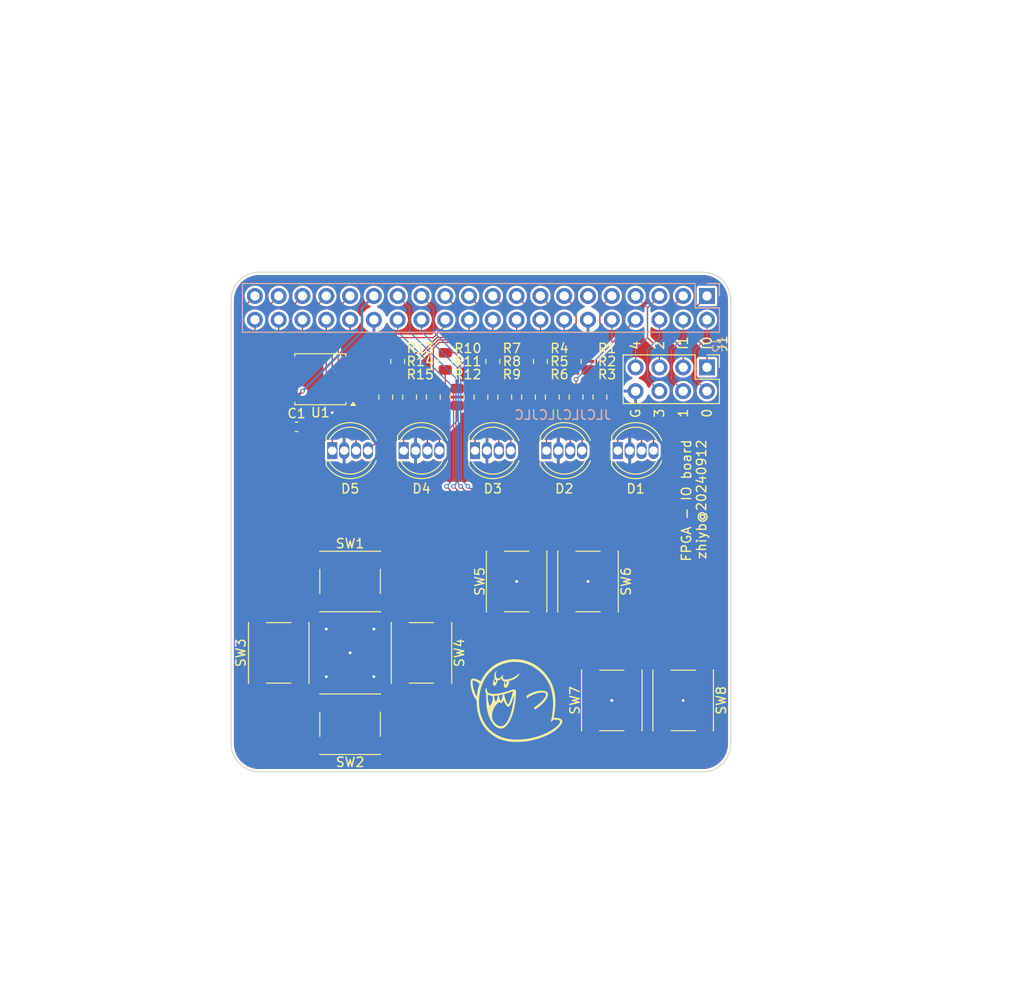
<source format=kicad_pcb>
(kicad_pcb (version 20240108) (generator "pcbnew") (generator_version "8.0")
  (layers (0 "F.Cu" signal) (31 "B.Cu" signal) (34 "B.Paste" user) (35 "F.Paste" user) (36 "B.SilkS" user "B.Silkscreen") (37 "F.SilkS" user "F.Silkscreen") (38 "B.Mask" user) (39 "F.Mask" user) (44 "Edge.Cuts" user))
  (net 0 "")
  (net 1 "GND")
  (net 2 "V_3V3")
  (net 3 "/GPIO_0_26")
  (net 4 "/GPIO_0_8")
  (net 5 "/GPIO_0_6")
  (net 6 "/GPIO_0_4")
  (net 7 "/GPIO_0_29")
  (net 8 "/GPIO_0_7")
  (net 9 "/GPIO_0_31")
  (net 10 "/GPIO_0_1")
  (net 11 "/GPIO_0_3")
  (net 12 "/GPIO_0_32")
  (net 13 "/GPIO_0_12")
  (net 14 "/GPIO_0_IN1")
  (net 15 "/V_SYS")
  (net 16 "/GPIO_0_30")
  (net 17 "/GPIO_0_2")
  (net 18 "/GPIO_0_5")
  (net 19 "/GPIO_0_0")
  (net 20 "/GPIO_0_IN0")
  (net 21 "/GPIO_0_33")
  (net 22 "/GPIO_0_28")
  (net 23 "/GPIO_0_24")
  (net 24 "/GPIO_0_27")
  (net 25 "/GPIO_0_25")
  (net 26 "/GPIO_0_14")
  (net 27 "/GPIO_0_16")
  (net 28 "/GPIO_0_13")
  (net 29 "/GPIO_0_20")
  (net 30 "/GPIO_0_23")
  (net 31 "/GPIO_0_19")
  (net 32 "/GPIO_0_10")
  (net 33 "/GPIO_0_22")
  (net 34 "/GPIO_0_9")
  (net 35 "/GPIO_0_21")
  (net 36 "/GPIO_0_15")
  (net 37 "/GPIO_0_11")
  (net 38 "/GPIO_0_17")
  (net 39 "/GPIO_0_18")
  (net 40 "Net-(D2-BA)")
  (net 41 "Net-(D2-RA)")
  (net 42 "Net-(D2-GA)")
  (net 43 "Net-(D3-RA)")
  (net 44 "Net-(D3-BA)")
  (net 45 "Net-(D3-GA)")
  (net 46 "Net-(D4-GA)")
  (net 47 "Net-(D4-BA)")
  (net 48 "Net-(D4-RA)")
  (net 49 "Net-(D5-RA)")
  (net 50 "Net-(D5-GA)")
  (net 51 "Net-(D5-BA)")
  (net 52 "Net-(D1-RA)")
  (net 53 "Net-(D1-BA)")
  (net 54 "Net-(D1-GA)")
  (footprint "Button_Switch_SMD:SW_Push_1P1T_NO_6x6mm_H9.5mm" (layer "F.Cu") (at 80.08 100.08 -90)
    (property "Reference" "SW5" (at 0 3.937 90) (layer "F.SilkS"))
    (property "Value" "SW_Push")
    (pad "1" smd rect (at -3.975 -2.25 270) (size 1.55 1.3) (layers "F.Cu" "F.Paste" "F.Mask") (net 30 "/GPIO_0_23"))
    (pad "1" smd rect (at 3.975 -2.25 270) (size 1.55 1.3) (layers "F.Cu" "F.Paste" "F.Mask") (net 30 "/GPIO_0_23"))
    (pad "2" smd rect (at -3.975 2.25 270) (size 1.55 1.3) (layers "F.Cu" "F.Paste" "F.Mask") (net 1 "GND"))
    (pad "2" smd rect (at 3.975 2.25 270) (size 1.55 1.3) (layers "F.Cu" "F.Paste" "F.Mask") (net 1 "GND"))
  )
  (footprint "Connector_PinHeader_2.54mm:PinHeader_2x04_P2.54mm_Vertical" (layer "F.Cu") (at 100.4 77.22 -90)
    (property "Reference" "J1" (at -2.54 -1.651 90) (layer "F.SilkS"))
    (property "Value" "Conn_02x04_Odd_Even")
    (pad "1" thru_hole rect (at 0 0 270) (size 1.7 1.7) (drill 1) (layers "*.Cu" "*.Mask") (net 20 "/GPIO_0_IN0"))
    (pad "2" thru_hole oval (at 2.54 0 270) (size 1.7 1.7) (drill 1) (layers "*.Cu" "*.Mask") (net 19 "/GPIO_0_0"))
    (pad "3" thru_hole oval (at 0 2.54 270) (size 1.7 1.7) (drill 1) (layers "*.Cu" "*.Mask") (net 14 "/GPIO_0_IN1"))
    (pad "4" thru_hole oval (at 2.54 2.54 270) (size 1.7 1.7) (drill 1) (layers "*.Cu" "*.Mask") (net 10 "/GPIO_0_1"))
    (pad "5" thru_hole oval (at 0 5.08 270) (size 1.7 1.7) (drill 1) (layers "*.Cu" "*.Mask") (net 17 "/GPIO_0_2"))
    (pad "6" thru_hole oval (at 2.54 5.08 270) (size 1.7 1.7) (drill 1) (layers "*.Cu" "*.Mask") (net 11 "/GPIO_0_3"))
    (pad "7" thru_hole oval (at 0 7.62 270) (size 1.7 1.7) (drill 1) (layers "*.Cu" "*.Mask") (net 6 "/GPIO_0_4"))
    (pad "8" thru_hole oval (at 2.54 7.62 270) (size 1.7 1.7) (drill 1) (layers "*.Cu" "*.Mask") (net 1 "GND"))
  )
  (footprint "Button_Switch_SMD:SW_Push_1P1T_NO_6x6mm_H9.5mm" (layer "F.Cu") (at 54.68 107.7 90)
    (property "Reference" "SW3" (at 0 -4.05 90) (layer "F.SilkS"))
    (property "Value" "SW_Push")
    (pad "1" smd rect (at -3.975 -2.25 90) (size 1.55 1.3) (layers "F.Cu" "F.Paste" "F.Mask") (net 12 "/GPIO_0_32"))
    (pad "1" smd rect (at 3.975 -2.25 90) (size 1.55 1.3) (layers "F.Cu" "F.Paste" "F.Mask") (net 12 "/GPIO_0_32"))
    (pad "2" smd rect (at -3.975 2.25 90) (size 1.55 1.3) (layers "F.Cu" "F.Paste" "F.Mask") (net 1 "GND"))
    (pad "2" smd rect (at 3.975 2.25 90) (size 1.55 1.3) (layers "F.Cu" "F.Paste" "F.Mask") (net 1 "GND"))
  )
  (footprint "LED_THT:LED_D5.0mm-4_RGB" (layer "F.Cu") (at 60.4 86.11)
    (property "Reference" "D5" (at 1.905 4.064 0) (layer "F.SilkS"))
    (property "Value" "LED_RKGB")
    (pad "1" thru_hole rect (at 0 0) (size 1.07 1.8) (drill 0.9) (layers "*.Cu" "*.Mask") (net 49 "Net-(D5-RA)"))
    (pad "2" thru_hole oval (at 1.27 0) (size 1.07 1.8) (drill 0.9) (layers "*.Cu" "*.Mask") (net 1 "GND"))
    (pad "3" thru_hole oval (at 2.54 0) (size 1.07 1.8) (drill 0.9) (layers "*.Cu" "*.Mask") (net 50 "Net-(D5-GA)"))
    (pad "4" thru_hole oval (at 3.81 0) (size 1.07 1.8) (drill 0.9) (layers "*.Cu" "*.Mask") (net 51 "Net-(D5-BA)"))
  )
  (footprint "LED_THT:LED_D5.0mm-4_RGB" (layer "F.Cu") (at 83.26 86.11)
    (property "Reference" "D2" (at 1.905 4.064 0) (layer "F.SilkS"))
    (property "Value" "LED_RKGB")
    (pad "1" thru_hole rect (at 0 0) (size 1.07 1.8) (drill 0.9) (layers "*.Cu" "*.Mask") (net 41 "Net-(D2-RA)"))
    (pad "2" thru_hole oval (at 1.27 0) (size 1.07 1.8) (drill 0.9) (layers "*.Cu" "*.Mask") (net 1 "GND"))
    (pad "3" thru_hole oval (at 2.54 0) (size 1.07 1.8) (drill 0.9) (layers "*.Cu" "*.Mask") (net 42 "Net-(D2-GA)"))
    (pad "4" thru_hole oval (at 3.81 0) (size 1.07 1.8) (drill 0.9) (layers "*.Cu" "*.Mask") (net 40 "Net-(D2-BA)"))
  )
  (footprint "Resistor_SMD:R_0805_2012Metric" (layer "F.Cu") (at 83.89 80.395 -90)
    (property "Reference" "R6" (at -2.413 -0.762 180) (layer "F.SilkS"))
    (property "Value" "330")
    (pad "1" smd roundrect (at -0.9125 0 270) (size 1.025 1.4) (layers "F.Cu" "F.Paste" "F.Mask") (roundrect_rratio 0.243902) (net 4 "/GPIO_0_8"))
    (pad "2" smd roundrect (at 0.9125 0 270) (size 1.025 1.4) (layers "F.Cu" "F.Paste" "F.Mask") (roundrect_rratio 0.243902) (net 40 "Net-(D2-BA)"))
  )
  (footprint "LED_THT:LED_D5.0mm-4_RGB" (layer "F.Cu") (at 75.64 86.11)
    (property "Reference" "D3" (at 1.9 4.064 0) (layer "F.SilkS"))
    (property "Value" "LED_RKGB")
    (pad "1" thru_hole rect (at 0 0) (size 1.07 1.8) (drill 0.9) (layers "*.Cu" "*.Mask") (net 43 "Net-(D3-RA)"))
    (pad "2" thru_hole oval (at 1.27 0) (size 1.07 1.8) (drill 0.9) (layers "*.Cu" "*.Mask") (net 1 "GND"))
    (pad "3" thru_hole oval (at 2.54 0) (size 1.07 1.8) (drill 0.9) (layers "*.Cu" "*.Mask") (net 45 "Net-(D3-GA)"))
    (pad "4" thru_hole oval (at 3.81 0) (size 1.07 1.8) (drill 0.9) (layers "*.Cu" "*.Mask") (net 44 "Net-(D3-BA)"))
  )
  (footprint "Package_SO:SOIC-8_5.23x5.23mm_P1.27mm" (layer "F.Cu") (at 59.125 78.49 180)
    (property "Reference" "U1" (at 0 -3.56 0) (layer "F.SilkS"))
    (property "Value" "W25Q128JVS")
    (pad "1" smd roundrect (at -3.6 -1.905 180) (size 1.6 0.6) (layers "F.Cu" "F.Paste" "F.Mask") (net 24 "/GPIO_0_27"))
    (pad "2" smd roundrect (at -3.6 -0.635 180) (size 1.6 0.6) (layers "F.Cu" "F.Paste" "F.Mask") (net 23 "/GPIO_0_24"))
    (pad "3" smd roundrect (at -3.6 0.635 180) (size 1.6 0.6) (layers "F.Cu" "F.Paste" "F.Mask") (net 25 "/GPIO_0_25"))
    (pad "4" smd roundrect (at -3.6 1.905 180) (size 1.6 0.6) (layers "F.Cu" "F.Paste" "F.Mask") (net 1 "GND"))
    (pad "5" smd roundrect (at 3.6 1.905 180) (size 1.6 0.6) (layers "F.Cu" "F.Paste" "F.Mask") (net 22 "/GPIO_0_28"))
    (pad "6" smd roundrect (at 3.6 0.635 180) (size 1.6 0.6) (layers "F.Cu" "F.Paste" "F.Mask") (net 7 "/GPIO_0_29"))
    (pad "7" smd roundrect (at 3.6 -0.635 180) (size 1.6 0.6) (layers "F.Cu" "F.Paste" "F.Mask") (net 3 "/GPIO_0_26"))
    (pad "8" smd roundrect (at 3.6 -1.905 180) (size 1.6 0.6) (layers "F.Cu" "F.Paste" "F.Mask") (net 2 "V_3V3"))
  )
  (footprint "Resistor_SMD:R_0805_2012Metric" (layer "F.Cu") (at 78.81 80.395 -90)
    (property "Reference" "R9" (at -2.413 -0.762 180) (layer "F.SilkS"))
    (property "Value" "330")
    (pad "1" smd roundrect (at -0.9125 0 270) (size 1.025 1.4) (layers "F.Cu" "F.Paste" "F.Mask") (roundrect_rratio 0.243902) (net 37 "/GPIO_0_11"))
    (pad "2" smd roundrect (at 0.9125 0 270) (size 1.025 1.4) (layers "F.Cu" "F.Paste" "F.Mask") (roundrect_rratio 0.243902) (net 44 "Net-(D3-BA)"))
  )
  (footprint "LOGO" (layer "F.Cu") (at 80.08 112.78)
    (property "Reference" "" (hide yes))
    (property "Value" "LOGO" (hide yes))
  )
  (footprint "Resistor_SMD:R_0805_2012Metric" (layer "F.Cu") (at 76.27 80.395 -90)
    (property "Reference" "R7" (at -5.207 -3.302 180) (layer "F.SilkS"))
    (property "Value" "330")
    (pad "1" smd roundrect (at -0.9125 0 270) (size 1.025 1.4) (layers "F.Cu" "F.Paste" "F.Mask") (roundrect_rratio 0.243902) (net 28 "/GPIO_0_13"))
    (pad "2" smd roundrect (at 0.9125 0 270) (size 1.025 1.4) (layers "F.Cu" "F.Paste" "F.Mask") (roundrect_rratio 0.243902) (net 43 "Net-(D3-RA)"))
  )
  (footprint "Resistor_SMD:R_0805_2012Metric" (layer "F.Cu") (at 86.43 80.395 -90)
    (property "Reference" "R1" (at -5.207 -3.302 180) (layer "F.SilkS"))
    (property "Value" "330")
    (pad "1" smd roundrect (at -0.9125 0 270) (size 1.025 1.4) (layers "F.Cu" "F.Paste" "F.Mask") (roundrect_rratio 0.243902) (net 8 "/GPIO_0_7"))
    (pad "2" smd roundrect (at 0.9125 0 270) (size 1.025 1.4) (layers "F.Cu" "F.Paste" "F.Mask") (roundrect_rratio 0.243902) (net 52 "Net-(D1-RA)"))
  )
  (footprint "Button_Switch_SMD:SW_Push_1P1T_NO_6x6mm_H9.5mm" (layer "F.Cu") (at 62.3 100.08)
    (property "Reference" "SW1" (at 0 -4.05 0) (layer "F.SilkS"))
    (property "Value" "SW_Push")
    (pad "1" smd rect (at -3.975 -2.25) (size 1.55 1.3) (layers "F.Cu" "F.Paste" "F.Mask") (net 16 "/GPIO_0_30"))
    (pad "1" smd rect (at 3.975 -2.25) (size 1.55 1.3) (layers "F.Cu" "F.Paste" "F.Mask") (net 16 "/GPIO_0_30"))
    (pad "2" smd rect (at -3.975 2.25) (size 1.55 1.3) (layers "F.Cu" "F.Paste" "F.Mask") (net 1 "GND"))
    (pad "2" smd rect (at 3.975 2.25) (size 1.55 1.3) (layers "F.Cu" "F.Paste" "F.Mask") (net 1 "GND"))
  )
  (footprint "Button_Switch_SMD:SW_Push_1P1T_NO_6x6mm_H9.5mm" (layer "F.Cu") (at 69.92 107.7 -90)
    (property "Reference" "SW4" (at 0 -4.05 90) (layer "F.SilkS"))
    (property "Value" "SW_Push")
    (pad "1" smd rect (at -3.975 -2.25 270) (size 1.55 1.3) (layers "F.Cu" "F.Paste" "F.Mask") (net 9 "/GPIO_0_31"))
    (pad "1" smd rect (at 3.975 -2.25 270) (size 1.55 1.3) (layers "F.Cu" "F.Paste" "F.Mask") (net 9 "/GPIO_0_31"))
    (pad "2" smd rect (at -3.975 2.25 270) (size 1.55 1.3) (layers "F.Cu" "F.Paste" "F.Mask") (net 1 "GND"))
    (pad "2" smd rect (at 3.975 2.25 270) (size 1.55 1.3) (layers "F.Cu" "F.Paste" "F.Mask") (net 1 "GND"))
  )
  (footprint "Resistor_SMD:R_0805_2012Metric" (layer "F.Cu") (at 66.11 80.395 -90)
    (property "Reference" "R13" (at -5.207 -3.683 0) (layer "F.SilkS"))
    (property "Value" "330")
    (pad "1" smd roundrect (at -0.9125 0 270) (size 1.025 1.4) (layers "F.Cu" "F.Paste" "F.Mask") (roundrect_rratio 0.243902) (net 31 "/GPIO_0_19"))
    (pad "2" smd roundrect (at 0.9125 0 270) (size 1.025 1.4) (layers "F.Cu" "F.Paste" "F.Mask") (roundrect_rratio 0.243902) (net 49 "Net-(D5-RA)"))
  )
  (footprint "Button_Switch_SMD:SW_Push_1P1T_NO_6x6mm_H9.5mm" (layer "F.Cu") (at 97.86 112.78 90)
    (property "Reference" "SW8" (at 0 4.064 90) (layer "F.SilkS"))
    (property "Value" "SW_Push")
    (pad "1" smd rect (at -3.975 -2.25 90) (size 1.55 1.3) (layers "F.Cu" "F.Paste" "F.Mask") (net 29 "/GPIO_0_20"))
    (pad "1" smd rect (at 3.975 -2.25 90) (size 1.55 1.3) (layers "F.Cu" "F.Paste" "F.Mask") (net 29 "/GPIO_0_20"))
    (pad "2" smd rect (at -3.975 2.25 90) (size 1.55 1.3) (layers "F.Cu" "F.Paste" "F.Mask") (net 1 "GND"))
    (pad "2" smd rect (at 3.975 2.25 90) (size 1.55 1.3) (layers "F.Cu" "F.Paste" "F.Mask") (net 1 "GND"))
  )
  (footprint "Resistor_SMD:R_0805_2012Metric" (layer "F.Cu") (at 81.35 80.395 -90)
    (property "Reference" "R4" (at -5.207 -3.302 180) (layer "F.SilkS"))
    (property "Value" "330")
    (pad "1" smd roundrect (at -0.9125 0 270) (size 1.025 1.4) (layers "F.Cu" "F.Paste" "F.Mask") (roundrect_rratio 0.243902) (net 32 "/GPIO_0_10"))
    (pad "2" smd roundrect (at 0.9125 0 270) (size 1.025 1.4) (layers "F.Cu" "F.Paste" "F.Mask") (roundrect_rratio 0.243902) (net 41 "Net-(D2-RA)"))
  )
  (footprint "Button_Switch_SMD:SW_Push_1P1T_NO_6x6mm_H9.5mm" (layer "F.Cu") (at 62.3 115.32 180)
    (property "Reference" "SW2" (at 0 -4.05 0) (layer "F.SilkS"))
    (property "Value" "SW_Push")
    (pad "1" smd rect (at -3.975 -2.25 180) (size 1.55 1.3) (layers "F.Cu" "F.Paste" "F.Mask") (net 21 "/GPIO_0_33"))
    (pad "1" smd rect (at 3.975 -2.25 180) (size 1.55 1.3) (layers "F.Cu" "F.Paste" "F.Mask") (net 21 "/GPIO_0_33"))
    (pad "2" smd rect (at -3.975 2.25 180) (size 1.55 1.3) (layers "F.Cu" "F.Paste" "F.Mask") (net 1 "GND"))
    (pad "2" smd rect (at 3.975 2.25 180) (size 1.55 1.3) (layers "F.Cu" "F.Paste" "F.Mask") (net 1 "GND"))
  )
  (footprint "Resistor_SMD:R_0805_2012Metric" (layer "F.Cu") (at 88.97 80.395 -90)
    (property "Reference" "R3" (at -2.413 -0.762 180) (layer "F.SilkS"))
    (property "Value" "330")
    (pad "1" smd roundrect (at -0.9125 0 270) (size 1.025 1.4) (layers "F.Cu" "F.Paste" "F.Mask") (roundrect_rratio 0.243902) (net 18 "/GPIO_0_5"))
    (pad "2" smd roundrect (at 0.9125 0 270) (size 1.025 1.4) (layers "F.Cu" "F.Paste" "F.Mask") (roundrect_rratio 0.243902) (net 53 "Net-(D1-BA)"))
  )
  (footprint "Resistor_SMD:R_0805_2012Metric" (layer "F.Cu") (at 73.73 80.395 -90)
    (property "Reference" "R12" (at -2.413 -1.143 180) (layer "F.SilkS"))
    (property "Value" "330")
    (pad "1" smd roundrect (at -0.9125 0 270) (size 1.025 1.4) (layers "F.Cu" "F.Paste" "F.Mask") (roundrect_rratio 0.243902) (net 26 "/GPIO_0_14"))
    (pad "2" smd roundrect (at 0.9125 0 270) (size 1.025 1.4) (layers "F.Cu" "F.Paste" "F.Mask") (roundrect_rratio 0.243902) (net 47 "Net-(D4-BA)"))
  )
  (footprint "Button_Switch_SMD:SW_Push_1P1T_NO_6x6mm_H9.5mm" (layer "F.Cu") (at 87.7 100.08 90)
    (property "Reference" "SW6" (at 0 4.064 90) (layer "F.SilkS"))
    (property "Value" "SW_Push")
    (pad "1" smd rect (at -3.975 -2.25 90) (size 1.55 1.3) (layers "F.Cu" "F.Paste" "F.Mask") (net 33 "/GPIO_0_22"))
    (pad "1" smd rect (at 3.975 -2.25 90) (size 1.55 1.3) (layers "F.Cu" "F.Paste" "F.Mask") (net 33 "/GPIO_0_22"))
    (pad "2" smd rect (at -3.975 2.25 90) (size 1.55 1.3) (layers "F.Cu" "F.Paste" "F.Mask") (net 1 "GND"))
    (pad "2" smd rect (at 3.975 2.25 90) (size 1.55 1.3) (layers "F.Cu" "F.Paste" "F.Mask") (net 1 "GND"))
  )
  (footprint "Resistor_SMD:R_0805_2012Metric" (layer "F.Cu") (at 67.38 76.585 -90)
    (property "Reference" "R14" (at 0 -2.413 180) (layer "F.SilkS"))
    (property "Value" "330")
    (pad "1" smd roundrect (at -0.9125 0 270) (size 1.025 1.4) (layers "F.Cu" "F.Paste" "F.Mask") (roundrect_rratio 0.243902) (net 39 "/GPIO_0_18"))
    (pad "2" smd roundrect (at 0.9125 0 270) (size 1.025 1.4) (layers "F.Cu" "F.Paste" "F.Mask") (roundrect_rratio 0.243902) (net 50 "Net-(D5-GA)"))
  )
  (footprint "Resistor_SMD:R_0805_2012Metric" (layer "F.Cu") (at 77.54 76.585 -90)
    (property "Reference" "R8" (at 0 -2.032 180) (layer "F.SilkS"))
    (property "Value" "330")
    (pad "1" smd roundrect (at -0.9125 0 270) (size 1.025 1.4) (layers "F.Cu" "F.Paste" "F.Mask") (roundrect_rratio 0.243902) (net 13 "/GPIO_0_12"))
    (pad "2" smd roundrect (at 0.9125 0 270) (size 1.025 1.4) (layers "F.Cu" "F.Paste" "F.Mask") (roundrect_rratio 0.243902) (net 45 "Net-(D3-GA)"))
  )
  (footprint "Resistor_SMD:R_0805_2012Metric" (layer "F.Cu") (at 72.46 76.585 -90)
    (property "Reference" "R11" (at 0 -2.413 180) (layer "F.SilkS"))
    (property "Value" "330")
    (pad "1" smd roundrect (at -0.9125 0 270) (size 1.025 1.4) (layers "F.Cu" "F.Paste" "F.Mask") (roundrect_rratio 0.243902) (net 36 "/GPIO_0_15"))
    (pad "2" smd roundrect (at 0.9125 0 270) (size 1.025 1.4) (layers "F.Cu" "F.Paste" "F.Mask") (roundrect_rratio 0.243902) (net 46 "Net-(D4-GA)"))
  )
  (footprint "Resistor_SMD:R_0805_2012Metric" (layer "F.Cu") (at 68.65 80.395 -90)
    (property "Reference" "R15" (at -2.413 -1.143 180) (layer "F.SilkS"))
    (property "Value" "330")
    (pad "1" smd roundrect (at -0.9125 0 270) (size 1.025 1.4) (layers "F.Cu" "F.Paste" "F.Mask") (roundrect_rratio 0.243902) (net 38 "/GPIO_0_17"))
    (pad "2" smd roundrect (at 0.9125 0 270) (size 1.025 1.4) (layers "F.Cu" "F.Paste" "F.Mask") (roundrect_rratio 0.243902) (net 51 "Net-(D5-BA)"))
  )
  (footprint "Capacitor_SMD:C_0603_1608Metric" (layer "F.Cu") (at 56.585 83.57)
    (property "Reference" "C1" (at 0 -1.43 0) (layer "F.SilkS"))
    (property "Value" "100n")
    (pad "1" smd roundrect (at -0.775 0) (size 0.9 0.95) (layers "F.Cu" "F.Paste" "F.Mask") (net 2 "V_3V3"))
    (pad "2" smd roundrect (at 0.775 0) (size 0.9 0.95) (layers "F.Cu" "F.Paste" "F.Mask") (net 1 "GND"))
  )
  (footprint "LED_THT:LED_D5.0mm-4_RGB" (layer "F.Cu") (at 90.88 86.11)
    (property "Reference" "D1" (at 1.905 4.064 0) (layer "F.SilkS"))
    (property "Value" "LED_RKGB")
    (pad "1" thru_hole rect (at 0 0) (size 1.07 1.8) (drill 0.9) (layers "*.Cu" "*.Mask") (net 52 "Net-(D1-RA)"))
    (pad "2" thru_hole oval (at 1.27 0) (size 1.07 1.8) (drill 0.9) (layers "*.Cu" "*.Mask") (net 1 "GND"))
    (pad "3" thru_hole oval (at 2.54 0) (size 1.07 1.8) (drill 0.9) (layers "*.Cu" "*.Mask") (net 54 "Net-(D1-GA)"))
    (pad "4" thru_hole oval (at 3.81 0) (size 1.07 1.8) (drill 0.9) (layers "*.Cu" "*.Mask") (net 53 "Net-(D1-BA)"))
  )
  (footprint "Button_Switch_SMD:SW_Push_1P1T_NO_6x6mm_H9.5mm" (layer "F.Cu") (at 90.24 112.78 -90)
    (property "Reference" "SW7" (at 0 3.937 90) (layer "F.SilkS"))
    (property "Value" "SW_Push")
    (pad "1" smd rect (at -3.975 -2.25 270) (size 1.55 1.3) (layers "F.Cu" "F.Paste" "F.Mask") (net 35 "/GPIO_0_21"))
    (pad "1" smd rect (at 3.975 -2.25 270) (size 1.55 1.3) (layers "F.Cu" "F.Paste" "F.Mask") (net 35 "/GPIO_0_21"))
    (pad "2" smd rect (at -3.975 2.25 270) (size 1.55 1.3) (layers "F.Cu" "F.Paste" "F.Mask") (net 1 "GND"))
    (pad "2" smd rect (at 3.975 2.25 270) (size 1.55 1.3) (layers "F.Cu" "F.Paste" "F.Mask") (net 1 "GND"))
  )
  (footprint "Resistor_SMD:R_0805_2012Metric" (layer "F.Cu") (at 82.62 76.585 -90)
    (property "Reference" "R5" (at 0 -2.032 180) (layer "F.SilkS"))
    (property "Value" "330")
    (pad "1" smd roundrect (at -0.9125 0 270) (size 1.025 1.4) (layers "F.Cu" "F.Paste" "F.Mask") (roundrect_rratio 0.243902) (net 34 "/GPIO_0_9"))
    (pad "2" smd roundrect (at 0.9125 0 270) (size 1.025 1.4) (layers "F.Cu" "F.Paste" "F.Mask") (roundrect_rratio 0.243902) (net 42 "Net-(D2-GA)"))
  )
  (footprint "Resistor_SMD:R_0805_2012Metric" (layer "F.Cu") (at 71.19 80.395 -90)
    (property "Reference" "R10" (at -5.207 -3.683 0) (layer "F.SilkS"))
    (property "Value" "330")
    (pad "1" smd roundrect (at -0.9125 0 270) (size 1.025 1.4) (layers "F.Cu" "F.Paste" "F.Mask") (roundrect_rratio 0.243902) (net 27 "/GPIO_0_16"))
    (pad "2" smd roundrect (at 0.9125 0 270) (size 1.025 1.4) (layers "F.Cu" "F.Paste" "F.Mask") (roundrect_rratio 0.243902) (net 48 "Net-(D4-RA)"))
  )
  (footprint "LOGO" (layer "F.Cu") (at 80.08 112.78)
    (property "Reference" "" (hide yes))
    (property "Value" "LOGO" (hide yes))
  )
  (footprint "LED_THT:LED_D5.0mm-4_RGB" (layer "F.Cu") (at 68.02 86.11)
    (property "Reference" "D4" (at 1.905 4.064 0) (layer "F.SilkS"))
    (property "Value" "LED_RKGB")
    (pad "1" thru_hole rect (at 0 0) (size 1.07 1.8) (drill 0.9) (layers "*.Cu" "*.Mask") (net 48 "Net-(D4-RA)"))
    (pad "2" thru_hole oval (at 1.27 0) (size 1.07 1.8) (drill 0.9) (layers "*.Cu" "*.Mask") (net 1 "GND"))
    (pad "3" thru_hole oval (at 2.54 0) (size 1.07 1.8) (drill 0.9) (layers "*.Cu" "*.Mask") (net 46 "Net-(D4-GA)"))
    (pad "4" thru_hole oval (at 3.81 0) (size 1.07 1.8) (drill 0.9) (layers "*.Cu" "*.Mask") (net 47 "Net-(D4-BA)"))
  )
  (footprint "Resistor_SMD:R_0805_2012Metric" (layer "F.Cu") (at 87.7 76.585 -90)
    (property "Reference" "R2" (at 0 -2.032 180) (layer "F.SilkS"))
    (property "Value" "330")
    (pad "1" smd roundrect (at -0.9125 0 270) (size 1.025 1.4) (layers "F.Cu" "F.Paste" "F.Mask") (roundrect_rratio 0.243902) (net 5 "/GPIO_0_6"))
    (pad "2" smd roundrect (at 0.9125 0 270) (size 1.025 1.4) (layers "F.Cu" "F.Paste" "F.Mask") (roundrect_rratio 0.243902) (net 54 "Net-(D1-GA)"))
  )
  (footprint "Connector_PinSocket_2.54mm:PinSocket_2x20_P2.54mm_Vertical" (layer "B.Cu") (at 100.4 69.6 90)
    (property "Reference" "J2" (at -5.207 1.143 90) (layer "B.SilkS") (effects (justify mirror)))
    (property "Value" "Conn_02x20_Odd_Even")
    (pad "1" thru_hole rect (at 0 0 90) (size 1.7 1.7) (drill 1) (layers "*.Cu" "*.Mask") (net 20 "/GPIO_0_IN0"))
    (pad "2" thru_hole oval (at -2.54 0 90) (size 1.7 1.7) (drill 1) (layers "*.Cu" "*.Mask") (net 19 "/GPIO_0_0"))
    (pad "3" thru_hole oval (at 0 -2.54 90) (size 1.7 1.7) (drill 1) (layers "*.Cu" "*.Mask") (net 14 "/GPIO_0_IN1"))
    (pad "4" thru_hole oval (at -2.54 -2.54 90) (size 1.7 1.7) (drill 1) (layers "*.Cu" "*.Mask") (net 10 "/GPIO_0_1"))
    (pad "5" thru_hole oval (at 0 -5.08 90) (size 1.7 1.7) (drill 1) (layers "*.Cu" "*.Mask") (net 17 "/GPIO_0_2"))
    (pad "6" thru_hole oval (at -2.54 -5.08 90) (size 1.7 1.7) (drill 1) (layers "*.Cu" "*.Mask") (net 11 "/GPIO_0_3"))
    (pad "7" thru_hole oval (at 0 -7.62 90) (size 1.7 1.7) (drill 1) (layers "*.Cu" "*.Mask") (net 6 "/GPIO_0_4"))
    (pad "8" thru_hole oval (at -2.54 -7.62 90) (size 1.7 1.7) (drill 1) (layers "*.Cu" "*.Mask") (net 18 "/GPIO_0_5"))
    (pad "9" thru_hole oval (at 0 -10.16 90) (size 1.7 1.7) (drill 1) (layers "*.Cu" "*.Mask") (net 5 "/GPIO_0_6"))
    (pad "10" thru_hole oval (at -2.54 -10.16 90) (size 1.7 1.7) (drill 1) (layers "*.Cu" "*.Mask") (net 8 "/GPIO_0_7"))
    (pad "11" thru_hole oval (at 0 -12.7 90) (size 1.7 1.7) (drill 1) (layers "*.Cu" "*.Mask") (net 15 "/V_SYS"))
    (pad "12" thru_hole oval (at -2.54 -12.7 90) (size 1.7 1.7) (drill 1) (layers "*.Cu" "*.Mask") (net 1 "GND"))
    (pad "13" thru_hole oval (at 0 -15.24 90) (size 1.7 1.7) (drill 1) (layers "*.Cu" "*.Mask") (net 4 "/GPIO_0_8"))
    (pad "14" thru_hole oval (at -2.54 -15.24 90) (size 1.7 1.7) (drill 1) (layers "*.Cu" "*.Mask") (net 34 "/GPIO_0_9"))
    (pad "15" thru_hole oval (at 0 -17.78 90) (size 1.7 1.7) (drill 1) (layers "*.Cu" "*.Mask") (net 32 "/GPIO_0_10"))
    (pad "16" thru_hole oval (at -2.54 -17.78 90) (size 1.7 1.7) (drill 1) (layers "*.Cu" "*.Mask") (net 37 "/GPIO_0_11"))
    (pad "17" thru_hole oval (at 0 -20.32 90) (size 1.7 1.7) (drill 1) (layers "*.Cu" "*.Mask") (net 13 "/GPIO_0_12"))
    (pad "18" thru_hole oval (at -2.54 -20.32 90) (size 1.7 1.7) (drill 1) (layers "*.Cu" "*.Mask") (net 28 "/GPIO_0_13"))
    (pad "19" thru_hole oval (at 0 -22.86 90) (size 1.7 1.7) (drill 1) (layers "*.Cu" "*.Mask") (net 26 "/GPIO_0_14"))
    (pad "20" thru_hole oval (at -2.54 -22.86 90) (size 1.7 1.7) (drill 1) (layers "*.Cu" "*.Mask") (net 36 "/GPIO_0_15"))
    (pad "21" thru_hole oval (at 0 -25.4 90) (size 1.7 1.7) (drill 1) (layers "*.Cu" "*.Mask") (net 27 "/GPIO_0_16"))
    (pad "22" thru_hole oval (at -2.54 -25.4 90) (size 1.7 1.7) (drill 1) (layers "*.Cu" "*.Mask") (net 38 "/GPIO_0_17"))
    (pad "23" thru_hole oval (at 0 -27.94 90) (size 1.7 1.7) (drill 1) (layers "*.Cu" "*.Mask") (net 39 "/GPIO_0_18"))
    (pad "24" thru_hole oval (at -2.54 -27.94 90) (size 1.7 1.7) (drill 1) (layers "*.Cu" "*.Mask") (net 31 "/GPIO_0_19"))
    (pad "25" thru_hole oval (at 0 -30.48 90) (size 1.7 1.7) (drill 1) (layers "*.Cu" "*.Mask") (net 29 "/GPIO_0_20"))
    (pad "26" thru_hole oval (at -2.54 -30.48 90) (size 1.7 1.7) (drill 1) (layers "*.Cu" "*.Mask") (net 35 "/GPIO_0_21"))
    (pad "27" thru_hole oval (at 0 -33.02 90) (size 1.7 1.7) (drill 1) (layers "*.Cu" "*.Mask") (net 33 "/GPIO_0_22"))
    (pad "28" thru_hole oval (at -2.54 -33.02 90) (size 1.7 1.7) (drill 1) (layers "*.Cu" "*.Mask") (net 30 "/GPIO_0_23"))
    (pad "29" thru_hole oval (at 0 -35.56 90) (size 1.7 1.7) (drill 1) (layers "*.Cu" "*.Mask") (net 2 "V_3V3"))
    (pad "30" thru_hole oval (at -2.54 -35.56 90) (size 1.7 1.7) (drill 1) (layers "*.Cu" "*.Mask") (net 1 "GND"))
    (pad "31" thru_hole oval (at 0 -38.1 90) (size 1.7 1.7) (drill 1) (layers "*.Cu" "*.Mask") (net 23 "/GPIO_0_24"))
    (pad "32" thru_hole oval (at -2.54 -38.1 90) (size 1.7 1.7) (drill 1) (layers "*.Cu" "*.Mask") (net 25 "/GPIO_0_25"))
    (pad "33" thru_hole oval (at 0 -40.64 90) (size 1.7 1.7) (drill 1) (layers "*.Cu" "*.Mask") (net 3 "/GPIO_0_26"))
    (pad "34" thru_hole oval (at -2.54 -40.64 90) (size 1.7 1.7) (drill 1) (layers "*.Cu" "*.Mask") (net 24 "/GPIO_0_27"))
    (pad "35" thru_hole oval (at 0 -43.18 90) (size 1.7 1.7) (drill 1) (layers "*.Cu" "*.Mask") (net 22 "/GPIO_0_28"))
    (pad "36" thru_hole oval (at -2.54 -43.18 90) (size 1.7 1.7) (drill 1) (layers "*.Cu" "*.Mask") (net 7 "/GPIO_0_29"))
    (pad "37" thru_hole oval (at 0 -45.72 90) (size 1.7 1.7) (drill 1) (layers "*.Cu" "*.Mask") (net 16 "/GPIO_0_30"))
    (pad "38" thru_hole oval (at -2.54 -45.72 90) (size 1.7 1.7) (drill 1) (layers "*.Cu" "*.Mask") (net 9 "/GPIO_0_31"))
    (pad "39" thru_hole oval (at 0 -48.26 90) (size 1.7 1.7) (drill 1) (layers "*.Cu" "*.Mask") (net 12 "/GPIO_0_32"))
    (pad "40" thru_hole oval (at -2.54 -48.26 90) (size 1.7 1.7) (drill 1) (layers "*.Cu" "*.Mask") (net 21 "/GPIO_0_33"))
  )
  (gr_arc (start 52.6 120.4) (mid 50.47868 119.52132) (end 49.6 117.4) (stroke (width 0.1)) (layer "Edge.Cuts"))
  (gr_line (start 49.6 70.06) (end 49.6 117.4) (stroke (width 0.1)) (layer "Edge.Cuts"))
  (gr_line (start 99.94 67.06) (end 52.6 67.06) (stroke (width 0.1)) (layer "Edge.Cuts"))
  (gr_line (start 102.94 117.4) (end 102.94 70.06) (stroke (width 0.1)) (layer "Edge.Cuts"))
  (gr_arc (start 99.94 67.06) (mid 102.06132 67.93868) (end 102.94 70.06) (stroke (width 0.1)) (layer "Edge.Cuts"))
  (gr_arc (start 49.6 70.06) (mid 50.47868 67.93868) (end 52.6 67.06) (stroke (width 0.1)) (layer "Edge.Cuts"))
  (gr_arc (start 102.94 117.4) (mid 102.06132 119.52132) (end 99.94 120.4) (stroke (width 0.1)) (layer "Edge.Cuts"))
  (gr_line (start 52.6 120.4) (end 99.94 120.4) (stroke (width 0.1)) (layer "Edge.Cuts"))
  (gr_text "JLCJLCJLCJLC" (at 90.24 82.3 -0) (layer "B.SilkS") (effects (font (size 1 1)) (justify left mirror)))
  (gr_text "0" (at 100.4 81.538 90) (layer "F.SilkS") (effects (font (size 1 1)) (justify right)))
  (gr_text "4" (at 92.78 75.442 90) (layer "F.SilkS") (effects (font (size 1 1)) (justify left)))
  (gr_text "2" (at 95.32 75.442 90) (layer "F.SilkS") (effects (font (size 1 1)) (justify left)))
  (gr_text "FPGA - IO board\nzhiyb@20240912" (at 100.4 84.84 90) (layer "F.SilkS") (effects (font (size 1 1)) (justify right bottom)))
  (gr_text "I0" (at 100.4 75.442 90) (layer "F.SilkS") (effects (font (size 1 1)) (justify left)))
  (gr_text "G" (at 92.78 81.538 90) (layer "F.SilkS") (effects (font (size 1 1)) (justify right)))
  (gr_text "3" (at 95.32 81.538 90) (layer "F.SilkS") (effects (font (size 1 1)) (justify right)))
  (gr_text "1" (at 97.86 81.538 90) (layer "F.SilkS") (effects (font (size 1 1)) (justify right)))
  (gr_text "I1" (at 97.86 75.442 90) (layer "F.SilkS") (effects (font (size 1 1)) (justify left)))
  (via (at 64.84 105.16) (size 0.5) (drill 0.3) (layers "F.Cu" "B.Cu") (net 1))
  (via (at 59.76 105.16) (size 0.5) (drill 0.3) (layers "F.Cu" "B.Cu") (net 1))
  (via (at 80.08 100.08) (size 0.5) (drill 0.3) (layers "F.Cu" "B.Cu") (net 1))
  (via (at 60.395 82.046) (size 0.5) (drill 0.3) (layers "F.Cu" "B.Cu") (net 1))
  (via (at 59.76 110.24) (size 0.5) (drill 0.3) (layers "F.Cu" "B.Cu") (net 1))
  (via (at 87.7 100.08) (size 0.5) (drill 0.3) (layers "F.Cu" "B.Cu") (net 1))
  (via (at 97.86 112.78) (size 0.5) (drill 0.3) (layers "F.Cu" "B.Cu") (net 1))
  (via (at 64.84 110.24) (size 0.5) (drill 0.3) (layers "F.Cu" "B.Cu") (net 1))
  (via (at 62.3 107.7) (size 0.5) (drill 0.3) (layers "F.Cu" "B.Cu") (net 1))
  (via (at 90.24 112.78) (size 0.5) (drill 0.3) (layers "F.Cu" "B.Cu") (net 1))
  (segment (start 55.81 80.68) (end 55.525 80.395) (width 0.254) (layer "F.Cu") (net 2))
  (segment (start 56.585 80.395) (end 55.525 80.395) (width 0.254) (layer "F.Cu") (net 2))
  (segment (start 55.81 83.57) (end 55.81 80.68) (width 0.254) (layer "F.Cu") (net 2))
  (segment (start 57.22 79.76) (end 56.585 80.395) (width 0.254) (layer "F.Cu") (net 2))
  (via (at 57.22 79.76) (size 0.5) (drill 0.3) (layers "F.Cu" "B.Cu") (net 2))
  (segment (start 63.57 73.41) (end 57.22 79.76) (width 0.254) (layer "B.Cu") (net 2))
  (segment (start 63.57 70.87) (end 63.57 73.41) (width 0.254) (layer "B.Cu") (net 2))
  (segment (start 64.84 69.6) (end 63.57 70.87) (width 0.254) (layer "B.Cu") (net 2))
  (segment (start 58.49 77.22) (end 58.49 70.87) (width 0.127) (layer "F.Cu") (net 3))
  (segment (start 55.525 79.125) (end 56.585 79.125) (width 0.127) (layer "F.Cu") (net 3))
  (segment (start 58.49 70.87) (end 59.76 69.6) (width 0.127) (layer "F.Cu") (net 3))
  (segment (start 56.585 79.125) (end 58.49 77.22) (width 0.127) (layer "F.Cu") (net 3))
  (segment (start 86.43 70.87) (end 85.16 69.6) (width 0.127) (layer "F.Cu") (net 4))
  (segment (start 83.89 79.4825) (end 83.89 75.95) (width 0.127) (layer "F.Cu") (net 4))
  (segment (start 83.89 75.95) (end 86.43 73.41) (width 0.127) (layer "F.Cu") (net 4))
  (segment (start 86.43 73.41) (end 86.43 70.87) (width 0.127) (layer "F.Cu") (net 4))
  (segment (start 87.7 74.68) (end 88.97 73.41) (width 0.127) (layer "F.Cu") (net 5))
  (segment (start 88.97 73.41) (end 88.97 70.87) (width 0.127) (layer "F.Cu") (net 5))
  (segment (start 88.97 70.87) (end 90.24 69.6) (width 0.127) (layer "F.Cu") (net 5))
  (segment (start 87.7 75.6725) (end 87.7 74.68) (width 0.127) (layer "F.Cu") (net 5))
  (segment (start 94.05 70.87) (end 92.78 69.6) (width 0.127) (layer "B.Cu") (net 6))
  (segment (start 94.05 74.045) (end 94.05 70.87) (width 0.127) (layer "B.Cu") (net 6))
  (segment (start 92.78 77.22) (end 92.78 75.315) (width 0.127) (layer "B.Cu") (net 6))
  (segment (start 92.78 75.315) (end 94.05 74.045) (width 0.127) (layer "B.Cu") (net 6))
  (segment (start 56.585 77.855) (end 57.22 77.22) (width 0.127) (layer "F.Cu") (net 7))
  (segment (start 55.525 77.855) (end 56.585 77.855) (width 0.127) (layer "F.Cu") (net 7))
  (segment (start 57.22 77.22) (end 57.22 72.14) (width 0.127) (layer "F.Cu") (net 7))
  (segment (start 86.43 79.4825) (end 86.43 78.49) (width 0.127) (layer "F.Cu") (net 8))
  (via (at 86.43 78.49) (size 0.5) (drill 0.3) (layers "F.Cu" "B.Cu") (net 8))
  (segment (start 90.24 74.68) (end 90.24 72.14) (width 0.127) (layer "B.Cu") (net 8))
  (segment (start 86.43 78.49) (end 90.24 74.68) (width 0.127) (layer "B.Cu") (net 8))
  (segment (start 72.17 103.725) (end 72.17 111.675) (width 0.127) (layer "F.Cu") (net 9))
  (segment (start 63.57 95) (end 67.38 95) (width 0.127) (layer "F.Cu") (net 9))
  (segment (start 54.68 73.41) (end 53.664 74.426) (width 0.127) (layer "F.Cu") (net 9))
  (segment (start 72.17 99.79) (end 72.17 103.725) (width 0.127) (layer "F.Cu") (net 9))
  (segment (start 53.664 74.426) (end 53.664 85.094) (width 0.127) (layer "F.Cu") (net 9))
  (segment (start 54.68 72.14) (end 54.68 73.41) (width 0.127) (layer "F.Cu") (net 9))
  (segment (start 67.38 95) (end 72.17 99.79) (width 0.127) (layer "F.Cu") (net 9))
  (segment (start 53.664 85.094) (end 63.57 95) (width 0.127) (layer "F.Cu") (net 9))
  (segment (start 97.86 79.76) (end 96.59 78.49) (width 0.127) (layer "B.Cu") (net 10))
  (segment (start 96.59 75.315) (end 97.86 74.045) (width 0.127) (layer "B.Cu") (net 10))
  (segment (start 96.59 78.49) (end 96.59 75.315) (width 0.127) (layer "B.Cu") (net 10))
  (segment (start 97.86 74.045) (end 97.86 72.14) (width 0.127) (layer "B.Cu") (net 10))
  (segment (start 95.32 74.045) (end 95.32 72.14) (width 0.127) (layer "B.Cu") (net 11))
  (segment (start 94.05 75.315) (end 95.32 74.045) (width 0.127) (layer "B.Cu") (net 11))
  (segment (start 95.32 79.76) (end 94.05 78.49) (width 0.127) (layer "B.Cu") (net 11))
  (segment (start 94.05 78.49) (end 94.05 75.315) (width 0.127) (layer "B.Cu") (net 11))
  (segment (start 50.87 70.87) (end 50.87 89.92) (width 0.127) (layer "F.Cu") (net 12))
  (segment (start 50.87 89.92) (end 52.43 91.48) (width 0.127) (layer "F.Cu") (net 12))
  (segment (start 52.14 69.6) (end 50.87 70.87) (width 0.127) (layer "F.Cu") (net 12))
  (segment (start 52.43 91.48) (end 52.43 103.725) (width 0.127) (layer "F.Cu") (net 12))
  (segment (start 52.43 111.675) (end 52.43 103.725) (width 0.127) (layer "F.Cu") (net 12))
  (segment (start 81.35 70.87) (end 80.08 69.6) (width 0.127) (layer "F.Cu") (net 13))
  (segment (start 81.35 73.41) (end 81.35 70.87) (width 0.127) (layer "F.Cu") (net 13))
  (segment (start 77.54 75.6725) (end 79.0875 75.6725) (width 0.127) (layer "F.Cu") (net 13))
  (segment (start 79.0875 75.6725) (end 81.35 73.41) (width 0.127) (layer "F.Cu") (net 13))
  (segment (start 97.86 75.315) (end 96.59 74.045) (width 0.127) (layer "F.Cu") (net 14))
  (segment (start 96.59 74.045) (end 96.59 70.87) (width 0.127) (layer "F.Cu") (net 14))
  (segment (start 96.59 70.87) (end 97.86 69.6) (width 0.127) (layer "F.Cu") (net 14))
  (segment (start 97.86 77.22) (end 97.86 75.315) (width 0.127) (layer "F.Cu") (net 14))
  (segment (start 53.41 87.38) (end 58.325 92.295) (width 0.127) (layer "F.Cu") (net 16))
  (segment (start 58.325 92.295) (end 58.325 97.83) (width 0.127) (layer "F.Cu") (net 16))
  (segment (start 58.325 97.83) (end 66.275 97.83) (width 0.127) (layer "F.Cu") (net 16))
  (segment (start 54.68 69.6) (end 53.41 70.87) (width 0.127) (layer "F.Cu") (net 16))
  (segment (start 53.41 70.87) (end 53.41 87.38) (width 0.127) (layer "F.Cu") (net 16))
  (segment (start 95.32 75.315) (end 94.05 74.045) (width 0.127) (layer "F.Cu") (net 17))
  (segment (start 94.05 74.045) (end 94.05 70.87) (width 0.127) (layer "F.Cu") (net 17))
  (segment (start 94.05 70.87) (end 95.32 69.6) (width 0.127) (layer "F.Cu") (net 17))
  (segment (start 95.32 77.22) (end 95.32 75.315) (width 0.127) (layer "F.Cu") (net 17))
  (segment (start 88.97 75.95) (end 92.78 72.14) (width 0.127) (layer "F.Cu") (net 18))
  (segment (start 88.97 79.4825) (end 88.97 75.95) (width 0.127) (layer "F.Cu") (net 18))
  (segment (start 99.13 78.49) (end 99.13 75.315) (width 0.127) (layer "B.Cu") (net 19))
  (segment (start 100.4 79.76) (end 99.13 78.49) (width 0.127) (layer "B.Cu") (net 19))
  (segment (start 100.4 74.045) (end 100.4 72.14) (width 0.127) (layer "B.Cu") (net 19))
  (segment (start 99.13 75.315) (end 100.4 74.045) (width 0.127) (layer "B.Cu") (net 19))
  (segment (start 100.4 77.22) (end 100.4 75.315) (width 0.127) (layer "F.Cu") (net 20))
  (segment (start 99.13 70.87) (end 100.4 69.6) (width 0.127) (layer "F.Cu") (net 20))
  (segment (start 99.13 74.045) (end 99.13 70.87) (width 0.127) (layer "F.Cu") (net 20))
  (segment (start 100.4 75.315) (end 99.13 74.045) (width 0.127) (layer "F.Cu") (net 20))
  (segment (start 54.68 91.19) (end 54.68 113.925) (width 0.127) (layer "F.Cu") (net 21))
  (segment (start 52.14 72.14) (end 52.14 88.65) (width 0.127) (layer "F.Cu") (net 21))
  (segment (start 54.68 113.925) (end 58.325 117.57) (width 0.127) (layer "F.Cu") (net 21))
  (segment (start 58.325 117.57) (end 66.275 117.57) (width 0.127) (layer "F.Cu") (net 21))
  (segment (start 52.14 88.65) (end 54.68 91.19) (width 0.127) (layer "F.Cu") (net 21))
  (segment (start 55.95 76.16) (end 55.95 70.87) (width 0.127) (layer "F.Cu") (net 22))
  (segment (start 55.525 76.585) (end 55.95 76.16) (width 0.127) (layer "F.Cu") (net 22))
  (segment (start 55.95 70.87) (end 57.22 69.6) (width 0.127) (layer "F.Cu") (net 22))
  (segment (start 61.03 70.87) (end 62.3 69.6) (width 0.127) (layer "F.Cu") (net 23))
  (segment (start 61.03 73.41) (end 61.03 70.87) (width 0.127) (layer "F.Cu") (net 23))
  (segment (start 60.395 74.045) (end 61.03 73.41) (width 0.127) (layer "F.Cu") (net 23))
  (segment (start 62.725 79.125) (end 61.665 79.125) (width 0.127) (layer "F.Cu") (net 23))
  (segment (start 60.395 77.855) (end 60.395 74.045) (width 0.127) (layer "F.Cu") (net 23))
  (segment (start 61.665 79.125) (end 60.395 77.855) (width 0.127) (layer "F.Cu") (net 23))
  (segment (start 61.665 80.395) (end 59.76 78.49) (width 0.127) (layer "F.Cu") (net 24))
  (segment (start 59.76 78.49) (end 59.76 72.14) (width 0.127) (layer "F.Cu") (net 24))
  (segment (start 62.725 80.395) (end 61.665 80.395) (width 0.127) (layer "F.Cu") (net 24))
  (segment (start 62.725 77.855) (end 61.665 77.855) (width 0.127) (layer "F.Cu") (net 25))
  (segment (start 61.03 74.68) (end 62.3 73.41) (width 0.127) (layer "F.Cu") (net 25))
  (segment (start 61.665 77.855) (end 61.03 77.22) (width 0.127) (layer "F.Cu") (net 25))
  (segment (start 62.3 73.41) (end 62.3 72.14) (width 0.127) (layer "F.Cu") (net 25))
  (segment (start 61.03 77.22) (end 61.03 74.68) (width 0.127) (layer "F.Cu") (net 25))
  (segment (start 78.175 74.045) (end 78.81 73.41) (width 0.127) (layer "F.Cu") (net 26))
  (segment (start 77.032 74.045) (end 78.175 74.045) (width 0.127) (layer "F.Cu") (net 26))
  (segment (start 78.81 73.41) (end 78.81 70.87) (width 0.127) (layer "F.Cu") (net 26))
  (segment (start 73.73 77.347) (end 77.032 74.045) (width 0.127) (layer "F.Cu") (net 26))
  (segment (start 78.81 70.87) (end 77.54 69.6) (width 0.127) (layer "F.Cu") (net 26))
  (segment (start 73.73 79.4825) (end 73.73 77.347) (width 0.127) (layer "F.Cu") (net 26))
  (segment (start 71.19 79.4825) (end 71.19 75.188) (width 0.127) (layer "F.Cu") (net 27))
  (segment (start 76.27 70.87) (end 75 69.6) (width 0.127) (layer "F.Cu") (net 27))
  (segment (start 71.825 74.553) (end 75.127 74.553) (width 0.127) (layer "F.Cu") (net 27))
  (segment (start 75.127 74.553) (end 76.27 73.41) (width 0.127) (layer "F.Cu") (net 27))
  (segment (start 76.27 73.41) (end 76.27 70.87) (width 0.127) (layer "F.Cu") (net 27))
  (segment (start 71.19 75.188) (end 71.825 74.553) (width 0.127) (layer "F.Cu") (net 27))
  (segment (start 77.159 74.299) (end 79.191 74.299) (width 0.127) (layer "F.Cu") (net 28))
  (segment (start 79.191 74.299) (end 80.08 73.41) (width 0.127) (layer "F.Cu") (net 28))
  (segment (start 76.27 75.188) (end 77.159 74.299) (width 0.127) (layer "F.Cu") (net 28))
  (segment (start 80.08 73.41) (end 80.08 72.14) (width 0.127) (layer "F.Cu") (net 28))
  (segment (start 76.27 79.4825) (end 76.27 75.188) (width 0.127) (layer "F.Cu") (net 28))
  (segment (start 90.494 90.174) (end 95.61 95.29) (width 0.127) (layer "F.Cu") (net 29))
  (segment (start 95.61 95.29) (end 95.61 108.805) (width 0.127) (layer "F.Cu") (net 29))
  (segment (start 95.61 116.755) (end 95.61 108.805) (width 0.127) (layer "F.Cu") (net 29))
  (segment (start 75.127 90.174) (end 90.494 90.174) (width 0.127) (layer "F.Cu") (net 29))
  (segment (start 74.873 89.92) (end 75.127 90.174) (width 0.127) (layer "F.Cu") (net 29))
  (via (at 74.873 89.92) (size 0.5) (drill 0.3) (layers "F.Cu" "B.Cu") (net 29))
  (segment (start 74.111 87.38) (end 74.111 89.158) (width 0.127) (layer "B.Cu") (net 29))
  (segment (start 74.111 76.331) (end 74.111 87.38) (width 0.127) (layer "B.Cu") (net 29))
  (segment (start 71.19 70.87) (end 71.19 73.41) (width 0.127) (layer "B.Cu") (net 29))
  (segment (start 74.111 89.158) (end 74.873 89.92) (width 0.127) (layer "B.Cu") (net 29))
  (segment (start 71.19 73.41) (end 74.111 76.331) (width 0.127) (layer "B.Cu") (net 29))
  (segment (start 69.92 69.6) (end 71.19 70.87) (width 0.127) (layer "B.Cu") (net 29))
  (segment (start 77.161 90.936) (end 82.33 96.105) (width 0.127) (layer "F.Cu") (net 30))
  (segment (start 73.603 90.936) (end 77.161 90.936) (width 0.127) (layer "F.Cu") (net 30))
  (segment (start 72.587 89.92) (end 73.603 90.936) (width 0.127) (layer "F.Cu") (net 30))
  (segment (start 82.33 96.105) (end 82.33 104.055) (width 0.127) (layer "F.Cu") (net 30))
  (via (at 72.587 89.92) (size 0.5) (drill 0.3) (layers "F.Cu" "B.Cu") (net 30))
  (segment (start 67.38 73.41) (end 73.349 79.379) (width 0.127) (layer "B.Cu") (net 30))
  (segment (start 73.349 79.379) (end 73.349 88.142) (width 0.127) (layer "B.Cu") (net 30))
  (segment (start 67.38 72.14) (end 67.38 73.41) (width 0.127) (layer "B.Cu") (net 30))
  (segment (start 73.349 88.142) (end 73.349 89.158) (width 0.127) (layer "B.Cu") (net 30))
  (segment (start 73.349 89.158) (end 72.587 89.92) (width 0.127) (layer "B.Cu") (net 30))
  (segment (start 66.11 79.4825) (end 66.11 75.188) (width 0.127) (layer "F.Cu") (net 31))
  (segment (start 67.253 74.045) (end 71.19 74.045) (width 0.127) (layer "F.Cu") (net 31))
  (segment (start 66.11 75.188) (end 67.253 74.045) (width 0.127) (layer "F.Cu") (net 31))
  (segment (start 72.46 72.775) (end 72.46 72.14) (width 0.127) (layer "F.Cu") (net 31))
  (segment (start 71.19 74.045) (end 72.46 72.775) (width 0.127) (layer "F.Cu") (net 31))
  (segment (start 81.35 75.188) (end 82.493 74.045) (width 0.127) (layer "F.Cu") (net 32))
  (segment (start 83.255 74.045) (end 83.89 73.41) (width 0.127) (layer "F.Cu") (net 32))
  (segment (start 81.35 79.4825) (end 81.35 75.188) (width 0.127) (layer "F.Cu") (net 32))
  (segment (start 83.89 73.41) (end 83.89 70.87) (width 0.127) (layer "F.Cu") (net 32))
  (segment (start 82.493 74.045) (end 83.255 74.045) (width 0.127) (layer "F.Cu") (net 32))
  (segment (start 83.89 70.87) (end 82.62 69.6) (width 0.127) (layer "F.Cu") (net 32))
  (segment (start 74.111 90.682) (end 80.027 90.682) (width 0.127) (layer "F.Cu") (net 33))
  (segment (start 85.45 104.055) (end 85.45 96.105) (width 0.127) (layer "F.Cu") (net 33))
  (segment (start 80.027 90.682) (end 85.45 96.105) (width 0.127) (layer "F.Cu") (net 33))
  (segment (start 73.349 89.92) (end 74.111 90.682) (width 0.127) (layer "F.Cu") (net 33))
  (via (at 73.349 89.92) (size 0.5) (drill 0.3) (layers "F.Cu" "B.Cu") (net 33))
  (segment (start 67.38 69.6) (end 68.65 70.87) (width 0.127) (layer "B.Cu") (net 33))
  (segment (start 73.603 89.666) (end 73.349 89.92) (width 0.127) (layer "B.Cu") (net 33))
  (segment (start 73.603 78.363) (end 73.603 88.777) (width 0.127) (layer "B.Cu") (net 33))
  (segment (start 68.65 73.41) (end 73.603 78.363) (width 0.127) (layer "B.Cu") (net 33))
  (segment (start 68.65 70.87) (end 68.65 73.41) (width 0.127) (layer "B.Cu") (net 33))
  (segment (start 73.603 88.777) (end 73.603 89.666) (width 0.127) (layer "B.Cu") (net 33))
  (segment (start 82.62 75.6725) (end 82.8975 75.6725) (width 0.127) (layer "F.Cu") (net 34))
  (segment (start 82.8975 75.6725) (end 85.16 73.41) (width 0.127) (layer "F.Cu") (net 34))
  (segment (start 85.16 73.41) (end 85.16 72.14) (width 0.127) (layer "F.Cu") (net 34))
  (segment (start 92.49 94.71) (end 92.49 108.805) (width 0.127) (layer "F.Cu") (net 35))
  (segment (start 88.208 90.428) (end 92.49 94.71) (width 0.127) (layer "F.Cu") (net 35))
  (segment (start 92.49 108.805) (end 92.49 116.755) (width 0.127) (layer "F.Cu") (net 35))
  (segment (start 74.111 89.92) (end 74.619 90.428) (width 0.127) (layer "F.Cu") (net 35))
  (segment (start 74.619 90.428) (end 88.208 90.428) (width 0.127) (layer "F.Cu") (net 35))
  (via (at 74.111 89.92) (size 0.5) (drill 0.3) (layers "F.Cu" "B.Cu") (net 35))
  (segment (start 69.92 73.41) (end 73.857 77.347) (width 0.127) (layer "B.Cu") (net 35))
  (segment (start 69.92 72.14) (end 69.92 73.41) (width 0.127) (layer "B.Cu") (net 35))
  (segment (start 73.857 77.347) (end 73.857 88.396) (width 0.127) (layer "B.Cu") (net 35))
  (segment (start 73.857 88.396) (end 73.857 89.666) (width 0.127) (layer "B.Cu") (net 35))
  (segment (start 73.857 89.666) (end 74.111 89.92) (width 0.127) (layer "B.Cu") (net 35))
  (segment (start 72.46 75.6725) (end 75.0235 75.6725) (width 0.127) (layer "F.Cu") (net 36))
  (segment (start 77.54 73.156) (end 77.54 72.14) (width 0.127) (layer "F.Cu") (net 36))
  (segment (start 75.0235 75.6725) (end 77.54 73.156) (width 0.127) (layer "F.Cu") (net 36))
  (segment (start 81.096 77.1965) (end 81.096 75.061) (width 0.127) (layer "F.Cu") (net 37))
  (segment (start 81.096 75.061) (end 82.62 73.537) (width 0.127) (layer "F.Cu") (net 37))
  (segment (start 82.62 73.537) (end 82.62 72.14) (width 0.127) (layer "F.Cu") (net 37))
  (segment (start 78.81 79.4825) (end 81.096 77.1965) (width 0.127) (layer "F.Cu") (net 37))
  (segment (start 68.65 77.347) (end 71.698 74.299) (width 0.127) (layer "F.Cu") (net 38))
  (segment (start 74.111 74.299) (end 75 73.41) (width 0.127) (layer "F.Cu") (net 38))
  (segment (start 75 73.41) (end 75 72.14) (width 0.127) (layer "F.Cu") (net 38))
  (segment (start 71.698 74.299) (end 74.111 74.299) (width 0.127) (layer "F.Cu") (net 38))
  (segment (start 68.65 79.4825) (end 68.65 77.347) (width 0.127) (layer "F.Cu") (net 38))
  (segment (start 73.73 73.41) (end 73.73 70.87) (width 0.127) (layer "F.Cu") (net 39))
  (segment (start 73.73 70.87) (end 72.46 69.6) (width 0.127) (layer "F.Cu") (net 39))
  (segment (start 67.38 75.6725) (end 69.9435 75.6725) (width 0.127) (layer "F.Cu") (net 39))
  (segment (start 69.9435 75.6725) (end 71.571 74.045) (width 0.127) (layer "F.Cu") (net 39))
  (segment (start 71.571 74.045) (end 73.095 74.045) (width 0.127) (layer "F.Cu") (net 39))
  (segment (start 73.095 74.045) (end 73.73 73.41) (width 0.127) (layer "F.Cu") (net 39))
  (segment (start 83.89 81.665) (end 83.89 81.3075) (width 0.127) (layer "F.Cu") (net 40))
  (segment (start 87.07 84.845) (end 83.89 81.665) (width 0.127) (layer "F.Cu") (net 40))
  (segment (start 87.07 86.11) (end 87.07 84.845) (width 0.127) (layer "F.Cu") (net 40))
  (segment (start 81.35 82.935) (end 81.35 81.3075) (width 0.127) (layer "F.Cu") (net 41))
  (segment (start 83.26 86.11) (end 83.26 84.845) (width 0.127) (layer "F.Cu") (net 41))
  (segment (start 83.26 84.845) (end 81.35 82.935) (width 0.127) (layer "F.Cu") (net 41))
  (segment (start 85.8 84.845) (end 83.89 82.935) (width 0.127) (layer "F.Cu") (net 42))
  (segment (start 83.89 82.935) (end 83.255 82.935) (width 0.127) (layer "F.Cu") (net 42))
  (segment (start 82.62 82.3) (end 82.62 77.4975) (width 0.127) (layer "F.Cu") (net 42))
  (segment (start 83.255 82.935) (end 82.62 82.3) (width 0.127) (layer "F.Cu") (net 42))
  (segment (start 85.8 86.11) (end 85.8 84.845) (width 0.127) (layer "F.Cu") (net 42))
  (segment (start 76.27 84.205) (end 76.27 81.3075) (width 0.127) (layer "F.Cu") (net 43))
  (segment (start 75.64 84.835) (end 76.27 84.205) (width 0.127) (layer "F.Cu") (net 43))
  (segment (start 75.64 86.11) (end 75.64 84.835) (width 0.127) (layer "F.Cu") (net 43))
  (segment (start 79.45 86.11) (end 79.45 84.845) (width 0.127) (layer "F.Cu") (net 44))
  (segment (start 79.45 84.845) (end 78.81 84.205) (width 0.127) (layer "F.Cu") (net 44))
  (segment (start 78.81 84.205) (end 78.81 81.3075) (width 0.127) (layer "F.Cu") (net 44))
  (segment (start 78.18 86.11) (end 78.18 84.845) (width 0.127) (layer "F.Cu") (net 45))
  (segment (start 78.18 84.845) (end 77.54 84.205) (width 0.127) (layer "F.Cu") (net 45))
  (segment (start 77.54 84.205) (end 77.54 77.4975) (width 0.127) (layer "F.Cu") (net 45))
  (segment (start 70.56 84.835) (end 72.46 82.935) (width 0.127) (layer "F.Cu") (net 46))
  (segment (start 72.46 82.935) (end 72.46 77.4975) (width 0.127) (layer "F.Cu") (net 46))
  (segment (start 70.56 86.11) (end 70.56 84.835) (width 0.127) (layer "F.Cu") (net 46))
  (segment (start 73.73 82.935) (end 73.73 81.3075) (width 0.127) (layer "F.Cu") (net 47))
  (segment (start 71.83 84.835) (end 73.73 82.935) (width 0.127) (layer "F.Cu") (net 47))
  (segment (start 71.83 86.11) (end 71.83 84.835) (width 0.127) (layer "F.Cu") (net 47))
  (segment (start 68.02 86.11) (end 68.02 84.835) (width 0.127) (layer "F.Cu") (net 48))
  (segment (start 71.19 81.665) (end 71.19 81.3075) (width 0.127) (layer "F.Cu") (net 48))
  (segment (start 68.02 84.835) (end 71.19 81.665) (width 0.127) (layer "F.Cu") (net 48))
  (segment (start 60.4 86.11) (end 60.4 84.835) (width 0.127) (layer "F.Cu") (net 49))
  (segment (start 60.4 84.835) (end 62.935 82.3) (width 0.127) (layer "F.Cu") (net 49))
  (segment (start 65.1175 82.3) (end 66.11 81.3075) (width 0.127) (layer "F.Cu") (net 49))
  (segment (start 62.935 82.3) (end 65.1175 82.3) (width 0.127) (layer "F.Cu") (net 49))
  (segment (start 62.94 86.11) (end 62.94 84.835) (width 0.127) (layer "F.Cu") (net 50))
  (segment (start 67.38 82.3) (end 67.38 77.4975) (width 0.127) (layer "F.Cu") (net 50))
  (segment (start 62.94 84.835) (end 64.84 82.935) (width 0.127) (layer "F.Cu") (net 50))
  (segment (start 66.745 82.935) (end 67.38 82.3) (width 0.127) (layer "F.Cu") (net 50))
  (segment (start 64.84 82.935) (end 66.745 82.935) (width 0.127) (layer "F.Cu") (net 50))
  (segment (start 68.65 81.665) (end 68.65 81.3075) (width 0.127) (layer "F.Cu") (net 51))
  (segment (start 64.21 86.11) (end 64.21 86.105) (width 0.127) (layer "F.Cu") (net 51))
  (segment (start 64.21 86.105) (end 68.65 81.665) (width 0.127) (layer "F.Cu") (net 51))
  (segment (start 90.88 84.845) (end 89.605 83.57) (width 0.127) (layer "F.Cu") (net 52))
  (segment (start 86.43 82.3) (end 86.43 81.3075) (width 0.127) (layer "F.Cu") (net 52))
  (segment (start 90.88 86.11) (end 90.88 84.845) (width 0.127) (layer "F.Cu") (net 52))
  (segment (start 89.605 83.57) (end 87.7 83.57) (width 0.127) (layer "F.Cu") (net 52))
  (segment (start 87.7 83.57) (end 86.43 82.3) (width 0.127) (layer "F.Cu") (net 52))
  (segment (start 92.145 82.3) (end 89.9625 82.3) (width 0.127) (layer "F.Cu") (net 53))
  (segment (start 89.9625 82.3) (end 88.97 81.3075) (width 0.127) (layer "F.Cu") (net 53))
  (segment (start 94.69 84.845) (end 92.145 82.3) (width 0.127) (layer "F.Cu") (net 53))
  (segment (start 94.69 86.11) (end 94.69 84.845) (width 0.127) (layer "F.Cu") (net 53))
  (segment (start 91.51 82.935) (end 88.335 82.935) (width 0.127) (layer "F.Cu") (net 54))
  (segment (start 88.335 82.935) (end 87.7 82.3) (width 0.127) (layer "F.Cu") (net 54))
  (segment (start 93.42 84.845) (end 91.51 82.935) (width 0.127) (layer "F.Cu") (net 54))
  (segment (start 93.42 86.11) (end 93.42 84.845) (width 0.127) (layer "F.Cu") (net 54))
  (segment (start 87.7 82.3) (end 87.7 77.4975) (width 0.127) (layer "F.Cu") (net 54))
  (zone (net 1) (net_name "GND") (layers "F&B.Cu") (connect_pads (clearance 0.254)) (min_thickness 0.254) (fill yes (thermal_gap 0.5) (thermal_bridge_width 0.3))
    (polygon (pts (xy 105.48 64.52) (xy 47.06 64.52) (xy 47.06 122.94) (xy 105.493865 122.94)))
  )
)
</source>
